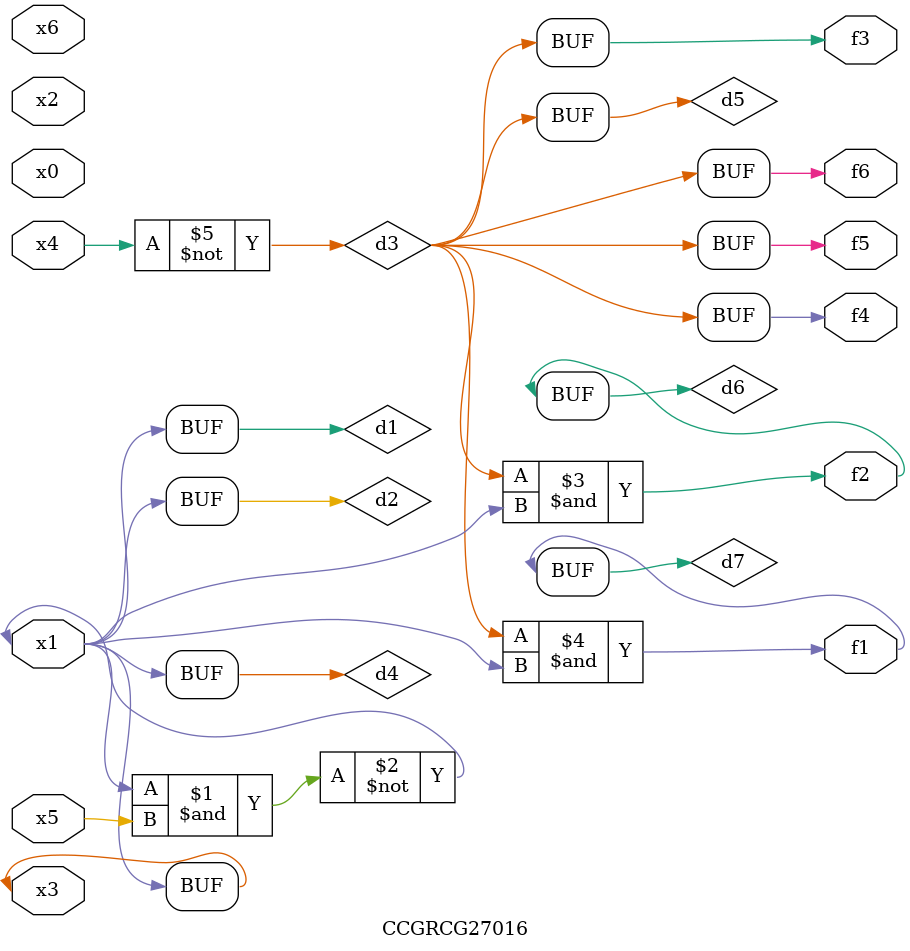
<source format=v>
module CCGRCG27016(
	input x0, x1, x2, x3, x4, x5, x6,
	output f1, f2, f3, f4, f5, f6
);

	wire d1, d2, d3, d4, d5, d6, d7;

	buf (d1, x1, x3);
	nand (d2, x1, x5);
	not (d3, x4);
	buf (d4, d1, d2);
	buf (d5, d3);
	and (d6, d3, d4);
	and (d7, d3, d4);
	assign f1 = d7;
	assign f2 = d6;
	assign f3 = d5;
	assign f4 = d5;
	assign f5 = d5;
	assign f6 = d5;
endmodule

</source>
